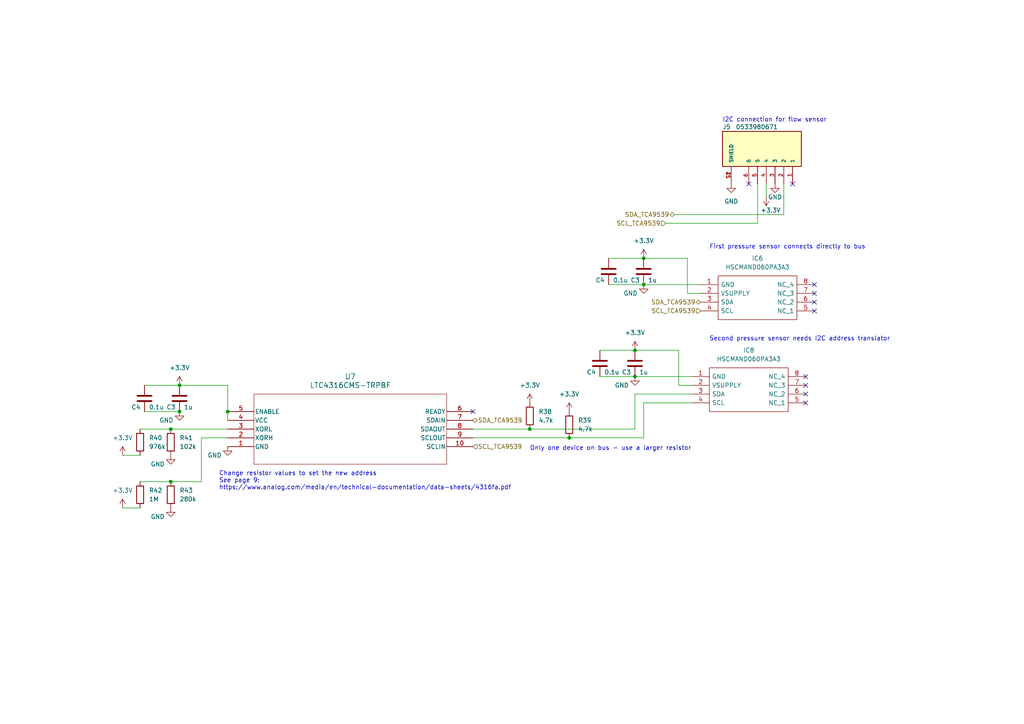
<source format=kicad_sch>
(kicad_sch (version 20230121) (generator eeschema)
  (paper "A4")
  (lib_symbols
    (symbol "0533980671:0533980671" (pin_names (offset 1.016))
      (property "Reference" "J" (at -5.08 11.176 0))
      (property "Value" "0533980671" (at -5.08 -15.24 0))
      (symbol "0533980671_0_0"
        (rectangle (start -5.08 -12.7) (end 5.08 10.16) (stroke (width 0.254)) (fill (type background)))
        (pin passive line (at 10.16 7.62 180) (length 5.08) (name "1") (number "1"))
        (pin passive line (at 10.16 5.08 180) (length 5.08) (name "2") (number "2"))
        (pin passive line (at 10.16 2.54 180) (length 5.08) (name "3") (number "3"))
        (pin passive line (at 10.16 0 180) (length 5.08) (name "4") (number "4"))
        (pin passive line (at 10.16 -2.54 180) (length 5.08) (name "5") (number "5"))
        (pin passive line (at 10.16 -5.08 180) (length 5.08) (name "6") (number "6"))
        (pin passive line (at 10.16 -10.16 180) (length 5.08) (name "SHIELD") (number "S1"))
        (pin passive line (at 10.16 -10.16 180) (length 5.08) (name "SHIELD") (number "S2"))
      )
    )
    (symbol "Device:C" (pin_numbers hide) (pin_names (offset 0.254))
      (property "Reference" "C" (at 0.635 2.54 0))
      (property "Value" "C" (at 0.635 -2.54 0))
      (symbol "C_0_1"
        (polyline (pts (xy -2.032 -0.762) (xy 2.032 -0.762)) (stroke (width 0.508)))
        (polyline (pts (xy -2.032 0.762) (xy 2.032 0.762)) (stroke (width 0.508)))
      )
      (symbol "C_1_1"
        (pin passive line (at 0 3.81 270) (length 2.794) (name "~") (number "1"))
        (pin passive line (at 0 -3.81 90) (length 2.794) (name "~") (number "2"))
      )
    )
    (symbol "Device:R" (pin_numbers hide) (pin_names (offset 0))
      (property "Reference" "R" (at 2.032 0 90))
      (property "Value" "R" (at 0 0 90))
      (symbol "R_0_1"
        (rectangle (start -1.016 -2.54) (end 1.016 2.54) (stroke (width 0.254)))
      )
      (symbol "R_1_1"
        (pin passive line (at 0 3.81 270) (length 1.27) (name "~") (number "1"))
        (pin passive line (at 0 -3.81 90) (length 1.27) (name "~") (number "2"))
      )
    )
    (symbol "LTC4316CMS:LTC4316CMS-TRPBF" (pin_names (offset 0.254))
      (property "Reference" "U" (at 35.56 10.16 0))
      (property "Value" "LTC4316CMS-TRPBF" (at 35.56 7.62 0))
      (symbol "LTC4316CMS-TRPBF_0_1"
        (polyline (pts (xy 7.62 -15.24) (xy 63.5 -15.24)) (stroke (width 0.127)))
        (polyline (pts (xy 7.62 5.08) (xy 7.62 -15.24)) (stroke (width 0.127)))
        (polyline (pts (xy 63.5 -15.24) (xy 63.5 5.08)) (stroke (width 0.127)))
        (polyline (pts (xy 63.5 5.08) (xy 7.62 5.08)) (stroke (width 0.127)))
        (pin power_in line (at 0 0 0) (length 7.62) (name "GND") (number "1"))
        (pin bidirectional line (at 71.12 0 180) (length 7.62) (name "SCLIN") (number "10"))
        (pin input line (at 0 -2.54 0) (length 7.62) (name "XORH") (number "2"))
        (pin input line (at 0 -5.08 0) (length 7.62) (name "XORL") (number "3"))
        (pin power_in line (at 0 -7.62 0) (length 7.62) (name "VCC") (number "4"))
        (pin input line (at 0 -10.16 0) (length 7.62) (name "ENABLE") (number "5"))
        (pin output line (at 71.12 -10.16 180) (length 7.62) (name "READY") (number "6"))
        (pin bidirectional line (at 71.12 -7.62 180) (length 7.62) (name "SDAIN") (number "7"))
        (pin bidirectional line (at 71.12 -5.08 180) (length 7.62) (name "SDAOUT") (number "8"))
        (pin bidirectional line (at 71.12 -2.54 180) (length 7.62) (name "SCLOUT") (number "9"))
      )
    )
    (symbol "honeywell:HSCMAND060PA3A3" (pin_names (offset 0.762))
      (property "Reference" "IC" (at 12.7 11.43 0))
      (property "Value" "HSCMAND060PA3A3" (at 12.7 8.89 0))
      (symbol "HSCMAND060PA3A3_0_0"
        (pin passive line (at -16.51 3.81 0) (length 5.08) (name "GND") (number "1"))
        (pin passive line (at -16.51 1.27 0) (length 5.08) (name "VSUPPLY") (number "2"))
        (pin passive line (at -16.51 -1.27 0) (length 5.08) (name "SDA") (number "3"))
        (pin passive line (at -16.51 -3.81 0) (length 5.08) (name "SCL") (number "4"))
        (pin passive line (at 16.51 -3.81 180) (length 5.08) (name "NC_1") (number "5"))
        (pin passive line (at 16.51 -1.27 180) (length 5.08) (name "NC_2") (number "6"))
        (pin passive line (at 16.51 1.27 180) (length 5.08) (name "NC_3") (number "7"))
        (pin passive line (at 16.51 3.81 180) (length 5.08) (name "NC_4") (number "8"))
      )
      (symbol "HSCMAND060PA3A3_0_1"
        (polyline (pts (xy -11.43 6.35) (xy 11.43 6.35) (xy 11.43 -6.35) (xy -11.43 -6.35) (xy -11.43 6.35)) (stroke (width 0.1524)))
      )
    )
    (symbol "power:+3.3V" (power) (pin_names (offset 0))
      (property "Value" "+3.3V" (at 0 3.556 0))
      (symbol "+3.3V_0_1"
        (polyline (pts (xy -0.762 1.27) (xy 0 2.54)))
        (polyline (pts (xy 0 0) (xy 0 2.54)))
        (polyline (pts (xy 0 2.54) (xy 0.762 1.27)))
      )
      (symbol "+3.3V_1_1"
        (pin power_in line (at 0 0 90) (length 0) hide (name "+3.3V") (number "1"))
      )
    )
    (symbol "power:GND" (power) (pin_names (offset 0))
      (property "Value" "GND" (at 0 -3.81 0))
      (symbol "GND_0_1"
        (polyline (pts (xy 0 0) (xy 0 -1.27) (xy 1.27 -1.27) (xy 0 -2.54) (xy -1.27 -1.27) (xy 0 -1.27)))
      )
      (symbol "GND_1_1"
        (pin power_in line (at 0 0 270) (length 0) hide (name "GND") (number "1"))
      )
    )
  )
  (junction (at 184.15 101.6))
  (junction (at 153.67 124.46))
  (junction (at 66.04 119.38))
  (junction (at 52.07 111.76))
  (junction (at 184.15 109.22))
  (junction (at 49.53 139.7))
  (junction (at 49.53 124.46))
  (junction (at 186.69 74.93))
  (junction (at 186.69 82.55))
  (junction (at 52.07 119.38))
  (junction (at 165.1 127))
  (no_connect (at 236.22 85.09))
  (no_connect (at 236.22 90.17))
  (no_connect (at 233.68 114.3))
  (no_connect (at 233.68 109.22))
  (no_connect (at 233.68 111.76))
  (no_connect (at 233.68 116.84))
  (no_connect (at 236.22 87.63))
  (no_connect (at 137.16 119.38))
  (no_connect (at 217.17 53.34))
  (no_connect (at 236.22 82.55))
  (no_connect (at 229.87 53.34))
  (wire (pts (xy 176.53 74.93) (xy 186.69 74.93)))
  (wire (pts (xy 195.58 62.23) (xy 227.33 62.23)))
  (wire (pts (xy 193.04 64.77) (xy 219.71 64.77)))
  (wire (pts (xy 186.69 116.84) (xy 200.66 116.84)))
  (wire (pts (xy 137.16 127) (xy 165.1 127)))
  (wire (pts (xy 184.15 124.46) (xy 153.67 124.46)))
  (wire (pts (xy 227.33 53.34) (xy 227.33 62.23)))
  (wire (pts (xy 184.15 101.6) (xy 196.85 101.6)))
  (wire (pts (xy 41.91 111.76) (xy 52.07 111.76)))
  (wire (pts (xy 52.07 111.76) (xy 66.04 111.76)))
  (wire (pts (xy 199.39 85.09) (xy 203.2 85.09)))
  (wire (pts (xy 184.15 114.3) (xy 184.15 124.46)))
  (wire (pts (xy 196.85 101.6) (xy 196.85 111.76)))
  (wire (pts (xy 58.42 127) (xy 58.42 139.7)))
  (wire (pts (xy 66.04 111.76) (xy 66.04 119.38)))
  (wire (pts (xy 200.66 114.3) (xy 184.15 114.3)))
  (wire (pts (xy 173.99 101.6) (xy 184.15 101.6)))
  (wire (pts (xy 165.1 127) (xy 186.69 127)))
  (wire (pts (xy 199.39 74.93) (xy 199.39 85.09)))
  (wire (pts (xy 184.15 109.22) (xy 200.66 109.22)))
  (wire (pts (xy 41.91 119.38) (xy 52.07 119.38)))
  (wire (pts (xy 196.85 111.76) (xy 200.66 111.76)))
  (wire (pts (xy 173.99 109.22) (xy 184.15 109.22)))
  (wire (pts (xy 40.64 124.46) (xy 49.53 124.46)))
  (wire (pts (xy 35.56 132.08) (xy 40.64 132.08)))
  (wire (pts (xy 186.69 74.93) (xy 199.39 74.93)))
  (wire (pts (xy 35.56 147.32) (xy 40.64 147.32)))
  (wire (pts (xy 153.67 124.46) (xy 137.16 124.46)))
  (wire (pts (xy 186.69 127) (xy 186.69 116.84)))
  (wire (pts (xy 186.69 82.55) (xy 203.2 82.55)))
  (wire (pts (xy 40.64 139.7) (xy 49.53 139.7)))
  (wire (pts (xy 222.25 53.34) (xy 222.25 57.15)))
  (wire (pts (xy 58.42 139.7) (xy 49.53 139.7)))
  (wire (pts (xy 49.53 124.46) (xy 66.04 124.46)))
  (wire (pts (xy 66.04 119.38) (xy 66.04 121.92)))
  (wire (pts (xy 66.04 127) (xy 58.42 127)))
  (wire (pts (xy 219.71 64.77) (xy 219.71 53.34)))
  (wire (pts (xy 176.53 82.55) (xy 186.69 82.55)))
  (text "Change resistor values to set the new address\nSee page 9:\nhttps://www.analog.com/media/en/technical-documentation/data-sheets/4316fa.pdf" (at 63.5 142.24 0) (effects (font (size 1.27 1.27)) (justify left bottom)))
  (text "Second pressure sensor needs I2C address translator" (at 205.74 99.06 0) (effects (font (size 1.27 1.27)) (justify left bottom)))
  (text "I2C connection for flow sensor" (at 209.55 35.56 0) (effects (font (size 1.27 1.27)) (justify left bottom)))
  (text "Only one device on bus - use a larger resistor" (at 153.67 130.81 0) (effects (font (size 1.27 1.27)) (justify left bottom)))
  (text "First pressure sensor connects directly to bus" (at 205.74 72.39 0) (effects (font (size 1.27 1.27)) (justify left bottom)))
  (hierarchical_label "SCL_TCA9539" (shape input) (at 193.04 64.77 180))
  (hierarchical_label "SDA_TCA9539" (shape bidirectional) (at 203.2 87.63 180))
  (hierarchical_label "SCL_TCA9539" (shape input) (at 137.16 129.54 0))
  (hierarchical_label "SDA_TCA9539" (shape bidirectional) (at 137.16 121.92 0))
  (hierarchical_label "SDA_TCA9539" (shape bidirectional) (at 195.58 62.23 180))
  (hierarchical_label "SCL_TCA9539" (shape input) (at 203.2 90.17 180))
  (symbol (lib_id "power:+3.3V") (at 52.07 111.76 0) (unit 1)
    (property "Reference" "#PWR061" (effects hide))
    (property "Value" "+3.3V" (at 52.07 106.68 0))
    (instances (project "fluidics-v2" (path "" (reference "#PWR061") (unit 1)) (path "" (reference "#PWR067") (unit 1)) (path "" (reference "#PWR072") (unit 1)) (path "" (reference "#PWR077") (unit 1)) (path "" (reference "#PWR082") (unit 1)) (path "" (reference "#PWR0118") (unit 1)) (path "" (reference "#PWR0131") (unit 1))))
  )
  (symbol (lib_id "Device:C") (at 41.91 115.57 0) (unit 1)
    (property "Reference" "C4" (at 38.1 118.11 0) (effects (justify left)))
    (property "Value" "0.1u" (at 43.18 118.11 0) (effects (justify left)))
    (property "Footprint" "Capacitor_SMD:C_0603_1608Metric" (effects hide))
    (instances (project "fluidics-v2" (path "" (reference "C4") (unit 1)) (path "" (reference "C6") (unit 1)) (path "" (reference "C9") (unit 1)) (path "" (reference "C13") (unit 1)) (path "" (reference "C17") (unit 1)) (path "" (reference "C21") (unit 1)) (path "" (reference "C31") (unit 1)) (path "" (reference "C37") (unit 1))))
  )
  (symbol (lib_id "Device:R") (at 49.53 128.27 0) (unit 1)
    (property "Reference" "R41" (at 52.07 127 0) (effects (justify left)))
    (property "Value" "102k" (at 52.07 129.54 0) (effects (justify left)))
    (property "Footprint" "Resistor_SMD:R_0603_1608Metric_Pad0.98x0.95mm_HandSolder" (effects hide))
  )
  (symbol (lib_id "power:GND") (at 66.04 129.54 0) (unit 1)
    (property "Reference" "#PWR0124" (effects hide))
    (property "Value" "GND" (at 62.23 132.08 0))
    (instances (project "fluidics-v2" (path "" (reference "#PWR0124") (unit 1)) (path "" (reference "#PWR0133") (unit 1))))
  )
  (symbol (lib_id "power:+3.3V") (at 35.56 132.08 0) (unit 1)
    (property "Reference" "#PWR061" (effects hide))
    (property "Value" "+3.3V" (at 35.56 127 0))
    (instances (project "fluidics-v2" (path "" (reference "#PWR061") (unit 1)) (path "" (reference "#PWR067") (unit 1)) (path "" (reference "#PWR072") (unit 1)) (path "" (reference "#PWR077") (unit 1)) (path "" (reference "#PWR082") (unit 1)) (path "" (reference "#PWR0118") (unit 1)) (path "" (reference "#PWR0136") (unit 1))))
  )
  (symbol (lib_id "power:+3.3V") (at 184.15 101.6 0) (unit 1)
    (property "Reference" "#PWR061" (effects hide))
    (property "Value" "+3.3V" (at 184.15 96.52 0))
    (instances (project "fluidics-v2" (path "" (reference "#PWR061") (unit 1)) (path "" (reference "#PWR067") (unit 1)) (path "" (reference "#PWR072") (unit 1)) (path "" (reference "#PWR077") (unit 1)) (path "" (reference "#PWR082") (unit 1)) (path "" (reference "#PWR0118") (unit 1)) (path "" (reference "#PWR0127") (unit 1))))
  )
  (symbol (lib_id "Device:C") (at 184.15 105.41 0) (unit 1)
    (property "Reference" "C3" (at 180.34 107.95 0) (effects (justify left)))
    (property "Value" "1u" (at 185.42 107.95 0) (effects (justify left)))
    (property "Footprint" "Capacitor_SMD:C_0603_1608Metric" (effects hide))
    (instances (project "fluidics-v2" (path "" (reference "C3") (unit 1)) (path "" (reference "C7") (unit 1)) (path "" (reference "C10") (unit 1)) (path "" (reference "C14") (unit 1)) (path "" (reference "C18") (unit 1)) (path "" (reference "C22") (unit 1)) (path "" (reference "C32") (unit 1)) (path "" (reference "C36") (unit 1))))
  )
  (symbol (lib_id "power:+3.3V") (at 35.56 147.32 0) (unit 1)
    (property "Reference" "#PWR061" (effects hide))
    (property "Value" "+3.3V" (at 35.56 142.24 0))
    (instances (project "fluidics-v2" (path "" (reference "#PWR061") (unit 1)) (path "" (reference "#PWR067") (unit 1)) (path "" (reference "#PWR072") (unit 1)) (path "" (reference "#PWR077") (unit 1)) (path "" (reference "#PWR082") (unit 1)) (path "" (reference "#PWR0118") (unit 1)) (path "" (reference "#PWR0137") (unit 1))))
  )
  (symbol (lib_id "Device:C") (at 186.69 78.74 0) (unit 1)
    (property "Reference" "C3" (at 182.88 81.28 0) (effects (justify left)))
    (property "Value" "1u" (at 187.96 81.28 0) (effects (justify left)))
    (property "Footprint" "Capacitor_SMD:C_0603_1608Metric" (effects hide))
    (instances (project "fluidics-v2" (path "" (reference "C3") (unit 1)) (path "" (reference "C7") (unit 1)) (path "" (reference "C10") (unit 1)) (path "" (reference "C14") (unit 1)) (path "" (reference "C18") (unit 1)) (path "" (reference "C22") (unit 1)) (path "" (reference "C32") (unit 1)) (path "" (reference "C34") (unit 1))))
  )
  (symbol (lib_id "power:GND") (at 49.53 147.32 0) (unit 1)
    (property "Reference" "#PWR0124" (effects hide))
    (property "Value" "GND" (at 45.72 149.86 0))
    (instances (project "fluidics-v2" (path "" (reference "#PWR0124") (unit 1)) (path "" (reference "#PWR0138") (unit 1))))
  )
  (symbol (lib_id "Device:R") (at 153.67 120.65 0) (unit 1)
    (property "Reference" "R38" (at 156.21 119.38 0) (effects (justify left)))
    (property "Value" "4.7k" (at 156.21 121.92 0) (effects (justify left)))
    (property "Footprint" "Resistor_SMD:R_0402_1005Metric" (effects hide))
  )
  (symbol (lib_id "power:+3.3V") (at 153.67 116.84 0) (unit 1)
    (property "Reference" "#PWR061" (effects hide))
    (property "Value" "+3.3V" (at 153.67 111.76 0))
    (instances (project "fluidics-v2" (path "" (reference "#PWR061") (unit 1)) (path "" (reference "#PWR067") (unit 1)) (path "" (reference "#PWR072") (unit 1)) (path "" (reference "#PWR077") (unit 1)) (path "" (reference "#PWR082") (unit 1)) (path "" (reference "#PWR0118") (unit 1)) (path "" (reference "#PWR0134") (unit 1))))
  )
  (symbol (lib_id "power:+3.3V") (at 165.1 119.38 0) (unit 1)
    (property "Reference" "#PWR061" (effects hide))
    (property "Value" "+3.3V" (at 165.1 114.3 0))
    (instances (project "fluidics-v2" (path "" (reference "#PWR061") (unit 1)) (path "" (reference "#PWR067") (unit 1)) (path "" (reference "#PWR072") (unit 1)) (path "" (reference "#PWR077") (unit 1)) (path "" (reference "#PWR082") (unit 1)) (path "" (reference "#PWR0118") (unit 1)) (path "" (reference "#PWR0135") (unit 1))))
  )
  (symbol (lib_id "power:GND") (at 52.07 119.38 0) (unit 1)
    (property "Reference" "#PWR0124" (effects hide))
    (property "Value" "GND" (at 48.26 121.92 0))
    (instances (project "fluidics-v2" (path "" (reference "#PWR0124") (unit 1)) (path "" (reference "#PWR0132") (unit 1))))
  )
  (symbol (lib_id "Device:R") (at 40.64 128.27 0) (unit 1)
    (property "Reference" "R40" (at 43.18 127 0) (effects (justify left)))
    (property "Value" "976k" (at 43.18 129.54 0) (effects (justify left)))
    (property "Footprint" "Resistor_SMD:R_0603_1608Metric_Pad0.98x0.95mm_HandSolder" (effects hide))
  )
  (symbol (lib_id "Device:C") (at 176.53 78.74 0) (unit 1)
    (property "Reference" "C4" (at 172.72 81.28 0) (effects (justify left)))
    (property "Value" "0.1u" (at 177.8 81.28 0) (effects (justify left)))
    (property "Footprint" "Capacitor_SMD:C_0603_1608Metric" (effects hide))
    (instances (project "fluidics-v2" (path "" (reference "C4") (unit 1)) (path "" (reference "C6") (unit 1)) (path "" (reference "C9") (unit 1)) (path "" (reference "C13") (unit 1)) (path "" (reference "C17") (unit 1)) (path "" (reference "C21") (unit 1)) (path "" (reference "C31") (unit 1)) (path "" (reference "C33") (unit 1))))
  )
  (symbol (lib_id "power:GND") (at 184.15 109.22 0) (unit 1)
    (property "Reference" "#PWR0124" (effects hide))
    (property "Value" "GND" (at 180.34 111.76 0))
    (instances (project "fluidics-v2" (path "" (reference "#PWR0124") (unit 1)) (path "" (reference "#PWR0128") (unit 1))))
  )
  (symbol (lib_id "Device:C") (at 52.07 115.57 0) (unit 1)
    (property "Reference" "C3" (at 48.26 118.11 0) (effects (justify left)))
    (property "Value" "1u" (at 53.34 118.11 0) (effects (justify left)))
    (property "Footprint" "Capacitor_SMD:C_0603_1608Metric" (effects hide))
    (instances (project "fluidics-v2" (path "" (reference "C3") (unit 1)) (path "" (reference "C7") (unit 1)) (path "" (reference "C10") (unit 1)) (path "" (reference "C14") (unit 1)) (path "" (reference "C18") (unit 1)) (path "" (reference "C22") (unit 1)) (path "" (reference "C32") (unit 1)) (path "" (reference "C38") (unit 1))))
  )
  (symbol (lib_id "power:+3.3V") (at 222.25 57.15 180) (unit 1)
    (property "Reference" "#PWR030" (effects hide))
    (property "Value" "+3.3V" (at 223.52 60.96 0))
    (instances (project "fluidics-v2" (path "" (reference "#PWR030") (unit 1)) (path "" (reference "#PWR010") (unit 1))))
  )
  (symbol (lib_id "Device:R") (at 165.1 123.19 0) (unit 1)
    (property "Reference" "R39" (at 167.64 121.92 0) (effects (justify left)))
    (property "Value" "4.7k" (at 167.64 124.46 0) (effects (justify left)))
    (property "Footprint" "Resistor_SMD:R_0402_1005Metric" (effects hide))
  )
  (symbol (lib_id "Device:R") (at 40.64 143.51 0) (unit 1)
    (property "Reference" "R42" (at 43.18 142.24 0) (effects (justify left)))
    (property "Value" "1M" (at 43.18 144.78 0) (effects (justify left)))
    (property "Footprint" "Resistor_SMD:R_0603_1608Metric_Pad0.98x0.95mm_HandSolder" (effects hide))
  )
  (symbol (lib_id "power:GND") (at 224.79 53.34 0) (unit 1)
    (property "Reference" "#PWR010" (effects hide))
    (property "Value" "GND" (at 224.79 57.15 0))
    (instances (project "fluidics-v2" (path "" (reference "#PWR010") (unit 1)) (path "" (reference "#PWR030") (unit 1))))
  )
  (symbol (lib_id "LTC4316CMS:LTC4316CMS-TRPBF") (at 66.04 129.54 0) (mirror x) (unit 1)
    (property "Reference" "U7" (at 101.6 109.22 0) (effects (font (size 1.524 1.524))))
    (property "Value" "LTC4316CMS-TRPBF" (at 101.6 111.76 0) (effects (font (size 1.524 1.524))))
    (property "Footprint" "addresstranslator:MSOP-10_MS_LIT" (effects hide))
    (property "Datasheet" "LTC4316CMS-TRPBF" (effects hide))
  )
  (symbol (lib_id "power:+3.3V") (at 186.69 74.93 0) (unit 1)
    (property "Reference" "#PWR061" (effects hide))
    (property "Value" "+3.3V" (at 186.69 69.85 0))
    (instances (project "fluidics-v2" (path "" (reference "#PWR061") (unit 1)) (path "" (reference "#PWR067") (unit 1)) (path "" (reference "#PWR072") (unit 1)) (path "" (reference "#PWR077") (unit 1)) (path "" (reference "#PWR082") (unit 1)) (path "" (reference "#PWR0118") (unit 1)) (path "" (reference "#PWR0125") (unit 1))))
  )
  (symbol (lib_id "Device:R") (at 49.53 143.51 0) (unit 1)
    (property "Reference" "R43" (at 52.07 142.24 0) (effects (justify left)))
    (property "Value" "280k" (at 52.07 144.78 0) (effects (justify left)))
    (property "Footprint" "Resistor_SMD:R_0603_1608Metric_Pad0.98x0.95mm_HandSolder" (effects hide))
  )
  (symbol (lib_id "Device:C") (at 173.99 105.41 0) (unit 1)
    (property "Reference" "C4" (at 170.18 107.95 0) (effects (justify left)))
    (property "Value" "0.1u" (at 175.26 107.95 0) (effects (justify left)))
    (property "Footprint" "Capacitor_SMD:C_0603_1608Metric" (effects hide))
    (instances (project "fluidics-v2" (path "" (reference "C4") (unit 1)) (path "" (reference "C6") (unit 1)) (path "" (reference "C9") (unit 1)) (path "" (reference "C13") (unit 1)) (path "" (reference "C17") (unit 1)) (path "" (reference "C21") (unit 1)) (path "" (reference "C31") (unit 1)) (path "" (reference "C35") (unit 1))))
  )
  (symbol (lib_id "honeywell:HSCMAND060PA3A3") (at 219.71 86.36 0) (unit 1)
    (property "Reference" "IC6" (at 219.71 74.93 0))
    (property "Value" "HSCMAND060PA3A3" (at 219.71 77.47 0))
    (property "Footprint" "honeywell:HSCMRRN060MDSA3" (effects hide))
    (property "Datasheet" "https://sensing.honeywell.com/honeywell-sensing-trustability-hsc-series-high-accuracy-board-mount-pressure-sensors-50099148-a-en.pdf" (effects hide))
    (property "Description" "Board Mount Pressure Sensors SMT,Single Ax Barbed Absolute, 3.3V" (effects hide))
    (property "Height" "5" (effects hide))
    (property "Manufacturer_Name" "Honeywell" (effects hide))
    (property "Manufacturer_Part_Number" "HSCMAND060PA3A3" (effects hide))
    (property "Mouser Part Number" "785-HSCMAND060PA3A3" (effects hide))
    (property "Mouser Price/Stock" "https://www.mouser.co.uk/ProductDetail/Honeywell/HSCMAND060PA3A3/?qs=o9%252Bd3bvuvbLii2o1HPsZbQ%3D%3D" (effects hide))
  )
  (symbol (lib_id "0533980671:0533980671") (at 222.25 43.18 270) (unit 1)
    (property "Reference" "J5" (at 209.55 36.83 90) (effects (justify left)))
    (property "Value" "0533980671" (at 213.36 36.83 90) (effects (justify left)))
    (property "Footprint" "molex_connectors:MOLEX_0533980671" (effects hide))
    (property "STANDARD" "Manufacturer Recommendations" (effects hide))
    (property "PARTREV" "A" (effects hide))
    (property "MAXIMUM_PACKAGE_HEIGHT" "4.7mm" (effects hide))
    (property "MANUFACTURER" "Molex" (effects hide))
  )
  (symbol (lib_id "power:GND") (at 186.69 82.55 0) (unit 1)
    (property "Reference" "#PWR0124" (effects hide))
    (property "Value" "GND" (at 182.88 85.09 0))
    (instances (project "fluidics-v2" (path "" (reference "#PWR0124") (unit 1)) (path "" (reference "#PWR0126") (unit 1))))
  )
  (symbol (lib_id "power:GND") (at 212.09 53.34 0) (unit 1)
    (property "Reference" "#PWR07" (effects hide))
    (property "Value" "GND" (at 212.09 58.42 0))
  )
  (symbol (lib_id "power:GND") (at 49.53 132.08 0) (unit 1)
    (property "Reference" "#PWR0124" (effects hide))
    (property "Value" "GND" (at 45.72 134.62 0))
    (instances (project "fluidics-v2" (path "" (reference "#PWR0124") (unit 1)) (path "" (reference "#PWR0139") (unit 1))))
  )
  (symbol (lib_id "honeywell:HSCMAND060PA3A3") (at 217.17 113.03 0) (unit 1)
    (property "Reference" "IC8" (at 217.17 101.6 0))
    (property "Value" "HSCMAND060PA3A3" (at 217.17 104.14 0))
    (property "Footprint" "honeywell:HSCMRRN060MDSA3" (effects hide))
    (property "Datasheet" "https://sensing.honeywell.com/honeywell-sensing-trustability-hsc-series-high-accuracy-board-mount-pressure-sensors-50099148-a-en.pdf" (effects hide))
    (property "Description" "Board Mount Pressure Sensors SMT,Single Ax Barbed Absolute, 3.3V" (effects hide))
    (property "Height" "5" (effects hide))
    (property "Manufacturer_Name" "Honeywell" (effects hide))
    (property "Manufacturer_Part_Number" "HSCMAND060PA3A3" (effects hide))
    (property "Mouser Part Number" "785-HSCMAND060PA3A3" (effects hide))
    (property "Mouser Price/Stock" "https://www.mouser.co.uk/ProductDetail/Honeywell/HSCMAND060PA3A3/?qs=o9%252Bd3bvuvbLii2o1HPsZbQ%3D%3D" (effects hide))
  )
)
</source>
